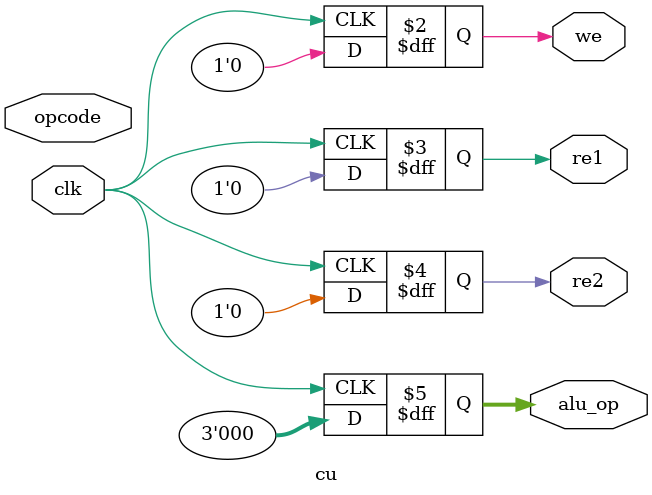
<source format=v>
`timescale 1ns / 1ps


module cu(
    input wire [6:0] opcode,
    input wire clk,
    output reg we,
    output reg re1,
    output reg re2,
    output reg [2:0] alu_op
    );
    
    always @(posedge clk)
    begin
        alu_op <= 3'b000;  //Ò»Ìõ¼Ó·¨Ö¸Áî
        we <= 1'b0; //µÍµçÆ½Ð´
        re1 <= 1'b0; //µÍµçÆ½¶Á
        re2 <= 1'b0; //µÍµçÆ½¶Á
    end
endmodule

</source>
